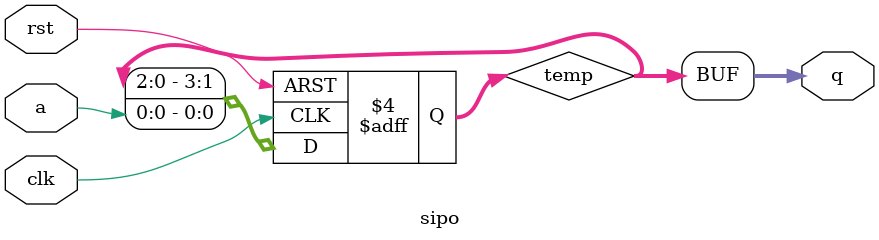
<source format=v>
module sipo(a,clk,rst,q);
input clk,rst;
input a;
output [3:0]q;
wire [3:0]q;
reg [3:0]temp;
always@(posedge clk,posedge rst)
begin
if(rst==1'b1)
temp<=4'b0000;
else
begin
temp<=temp<<1'b1;
temp[0]<=a;
end
end
assign q=temp;
endmodule
</source>
